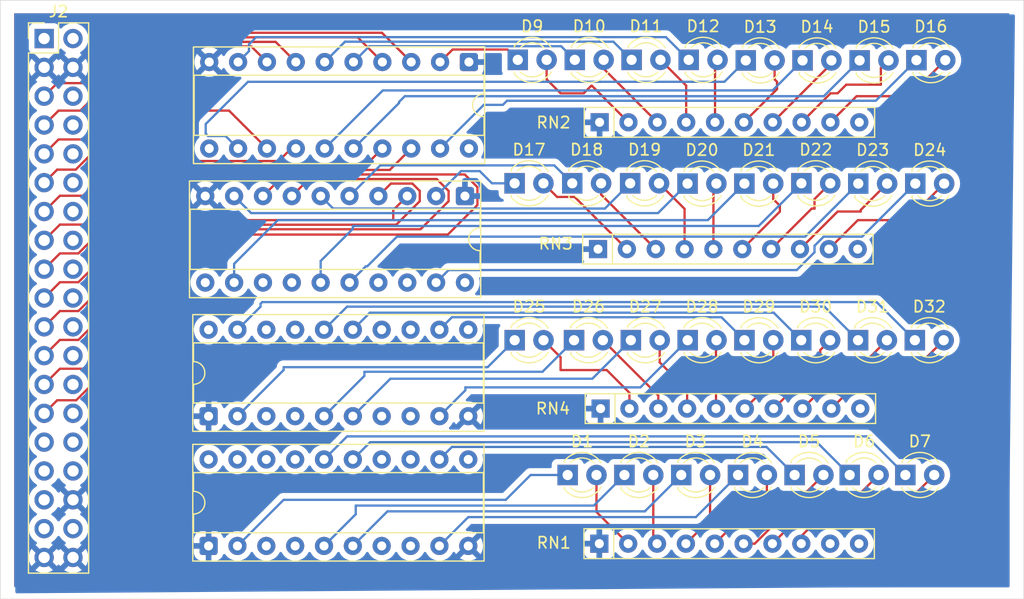
<source format=kicad_pcb>
(kicad_pcb (version 20241229) (generator "pcbnew") (generator_version "9.0")
  (layers (0 "F.Cu" signal) (2 "B.Cu" signal) (13 "F.Paste" user) (15 "B.Paste" user) (5 "F.SilkS" user "F.Silkscreen") (7 "B.SilkS" user "B.Silkscreen") (1 "F.Mask" user) (3 "B.Mask" user) (25 "Edge.Cuts" user))
  (net 0 "")
  (net 1 "Net-(D1-A)")
  (net 2 "Net-(D1-K)")
  (net 3 "Net-(D2-A)")
  (net 4 "Net-(D2-K)")
  (net 5 "Net-(D3-K)")
  (net 6 "Net-(D3-A)")
  (net 7 "Net-(D4-A)")
  (net 8 "Net-(D4-K)")
  (net 9 "Net-(D5-K)")
  (net 10 "Net-(D5-A)")
  (net 11 "Net-(D6-A)")
  (net 12 "Net-(D6-K)")
  (net 13 "Net-(D7-A)")
  (net 14 "Net-(D7-K)")
  (net 15 "Net-(D9-A)")
  (net 16 "Net-(D9-K)")
  (net 17 "Net-(D10-K)")
  (net 18 "Net-(D10-A)")
  (net 19 "Net-(D11-K)")
  (net 20 "Net-(D11-A)")
  (net 21 "Net-(D12-K)")
  (net 22 "Net-(D12-A)")
  (net 23 "Net-(D13-K)")
  (net 24 "Net-(D13-A)")
  (net 25 "Net-(D14-K)")
  (net 26 "Net-(D14-A)")
  (net 27 "Net-(D15-A)")
  (net 28 "Net-(D15-K)")
  (net 29 "Net-(D16-K)")
  (net 30 "Net-(D16-A)")
  (net 31 "Net-(D17-K)")
  (net 32 "Net-(D17-A)")
  (net 33 "Net-(D18-A)")
  (net 34 "Net-(D18-K)")
  (net 35 "Net-(D19-K)")
  (net 36 "Net-(D19-A)")
  (net 37 "Net-(D20-K)")
  (net 38 "Net-(D20-A)")
  (net 39 "Net-(D21-K)")
  (net 40 "Net-(D21-A)")
  (net 41 "Net-(D22-K)")
  (net 42 "Net-(D22-A)")
  (net 43 "Net-(D23-A)")
  (net 44 "Net-(D23-K)")
  (net 45 "Net-(D24-A)")
  (net 46 "Net-(D24-K)")
  (net 47 "Net-(D25-A)")
  (net 48 "Net-(D25-K)")
  (net 49 "Net-(D26-K)")
  (net 50 "Net-(D26-A)")
  (net 51 "Net-(D27-K)")
  (net 52 "Net-(D27-A)")
  (net 53 "Net-(D28-K)")
  (net 54 "Net-(D28-A)")
  (net 55 "Net-(D29-K)")
  (net 56 "Net-(D29-A)")
  (net 57 "Net-(D30-A)")
  (net 58 "Net-(D30-K)")
  (net 59 "Net-(D31-K)")
  (net 60 "Net-(D31-A)")
  (net 61 "Net-(D32-K)")
  (net 62 "Net-(D32-A)")
  (net 63 "A3")
  (net 64 "RW")
  (net 65 "D5")
  (net 66 "D6")
  (net 67 "A12")
  (net 68 "D3")
  (net 69 "GND")
  (net 70 "IRQ")
  (net 71 "A13")
  (net 72 "A15")
  (net 73 "D7")
  (net 74 "A0")
  (net 75 "PA4")
  (net 76 "D4")
  (net 77 "A10")
  (net 78 "A8")
  (net 79 "PA5")
  (net 80 "A14")
  (net 81 "A7")
  (net 82 "D0")
  (net 83 "A5")
  (net 84 "D2")
  (net 85 "VCC")
  (net 86 "D1")
  (net 87 "3.3v")
  (net 88 "clock")
  (net 89 "Reset")
  (net 90 "A9")
  (net 91 "A2")
  (net 92 "A11")
  (net 93 "A6")
  (net 94 "A4")
  (net 95 "PA6")
  (net 96 "A1")
  (footprint "Package_DIP:DIP-20_W7.62mm_Socket" (layer "F.Cu") (at 89.513 76.825 90)
    (property "Reference" "U4" (hide yes))
    (property "Value" "74LS373")
  )
  (footprint "LED_THT:LED_D3.0mm" (layer "F.Cu") (at 131.775 34)
    (property "Reference" "D12")
    (property "Value" "A3")
  )
  (footprint "LED_THT:LED_D3.0mm" (layer "F.Cu") (at 141.7 44.875)
    (property "Reference" "D22")
    (property "Value" "A13")
  )
  (footprint "LED_THT:LED_D3.0mm" (layer "F.Cu") (at 121.75 34)
    (property "Reference" "D10")
    (property "Value" "A1")
  )
  (footprint "LED_THT:LED_D3.0mm" (layer "F.Cu") (at 126.75 34)
    (property "Reference" "D11")
    (property "Value" "A2")
  )
  (footprint "LED_THT:LED_D3.0mm" (layer "F.Cu") (at 141.8 34.05)
    (property "Reference" "D14")
    (property "Value" "A5")
  )
  (footprint "LED_THT:LED_D3.0mm" (layer "F.Cu") (at 136.685 58.7)
    (property "Reference" "D29")
    (property "Value" "D4")
  )
  (footprint "LED_THT:LED_D3.0mm" (layer "F.Cu") (at 146.685 58.7)
    (property "Reference" "D31")
    (property "Value" "D6")
  )
  (footprint "LED_THT:LED_D3.0mm" (layer "F.Cu") (at 126.12 70.575)
    (property "Reference" "D2")
    (property "Value" "PA4")
  )
  (footprint "Package_DIP:DIP-20_W7.62mm_Socket" (layer "F.Cu") (at 112.43 34.19 -90)
    (property "Reference" "U1" (hide yes))
    (property "Value" "74LS373")
  )
  (footprint "LED_THT:LED_D3.0mm" (layer "F.Cu") (at 145.95 70.575)
    (property "Reference" "D6")
    (property "Value" "IRQ")
  )
  (footprint "LED_THT:LED_D3.0mm" (layer "F.Cu") (at 121.12 70.575)
    (property "Reference" "D1")
    (property "Value" "C")
  )
  (footprint "Resistor_THT:R_Array_SIP10" (layer "F.Cu") (at 123.91 76.625)
    (property "Reference" "RN1")
    (property "Value" "R_Network09" (hide yes))
  )
  (footprint "LED_THT:LED_D3.0mm" (layer "F.Cu") (at 116.73 34)
    (property "Reference" "D9")
    (property "Value" "A0")
  )
  (footprint "LED_THT:LED_D3.0mm" (layer "F.Cu") (at 126.625 44.875)
    (property "Reference" "D19")
    (property "Value" "A10")
  )
  (footprint "LED_THT:LED_D3.0mm" (layer "F.Cu") (at 141.685 58.7)
    (property "Reference" "D30")
    (property "Value" "D5")
  )
  (footprint "LED_THT:LED_D3.0mm" (layer "F.Cu") (at 116.455 58.7)
    (property "Reference" "D25")
    (property "Value" "D0")
  )
  (footprint "LED_THT:LED_D3.0mm" (layer "F.Cu") (at 131.675 44.9)
    (property "Reference" "D20")
    (property "Value" "A11")
  )
  (footprint "LED_THT:LED_D3.0mm" (layer "F.Cu") (at 131.12 70.575)
    (property "Reference" "D3")
    (property "Value" "PA5")
  )
  (footprint "Resistor_THT:R_Array_SIP10" (layer "F.Cu") (at 123.935 39.5)
    (property "Reference" "RN2")
    (property "Value" "R_Network09" (hide yes))
  )
  (footprint "LED_THT:LED_D3.0mm" (layer "F.Cu") (at 126.685 58.7)
    (property "Reference" "D27")
    (property "Value" "D2")
  )
  (footprint "Package_DIP:DIP-20_W7.62mm_Socket" (layer "F.Cu") (at 89.513 65.395 90)
    (property "Reference" "UPackage_DIP:DIP-20_W7.62mm_Socket1" (hide yes))
    (property "Value" "74LS373")
  )
  (footprint "LED_THT:LED_D3.0mm" (layer "F.Cu") (at 121.685 58.7)
    (property "Reference" "D26")
    (property "Value" "D1")
  )
  (footprint "LED_THT:LED_D3.0mm" (layer "F.Cu") (at 150.85 70.575)
    (property "Reference" "D7")
    (property "Value" "RW")
  )
  (footprint "LED_THT:LED_D3.0mm" (layer "F.Cu") (at 151.685 58.7)
    (property "Reference" "D32")
    (property "Value" "D7")
  )
  (footprint "LED_THT:LED_D3.0mm" (layer "F.Cu") (at 136.8 34.05)
    (property "Reference" "D13")
    (property "Value" "A4")
  )
  (footprint "LED_THT:LED_D3.0mm" (layer "F.Cu") (at 136.12 70.575)
    (property "Reference" "D4")
    (property "Value" "PA6")
  )
  (footprint "Resistor_THT:R_Array_SIP10" (layer "F.Cu") (at 123.795 50.675)
    (property "Reference" "RN3")
    (property "Value" "R_Network09" (hide yes))
  )
  (footprint "LED_THT:LED_D3.0mm" (layer "F.Cu") (at 151.825 34.025)
    (property "Reference" "D16")
    (property "Value" "A7")
  )
  (footprint "Connector_PinHeader_2.54mm:PinHeader_2x19_P2.54mm_Vertical" (layer "F.Cu") (at 75.035 32.121)
    (property "Reference" "J2")
    (property "Value" "Expansion / Diag Port")
  )
  (footprint "LED_THT:LED_D3.0mm" (layer "F.Cu") (at 131.685 58.7)
    (property "Reference" "D28")
    (property "Value" "D3")
  )
  (footprint "LED_THT:LED_D3.0mm" (layer "F.Cu") (at 146.705 44.9)
    (property "Reference" "D23")
    (property "Value" "A14")
  )
  (footprint "LED_THT:LED_D3.0mm" (layer "F.Cu") (at 116.45 44.875)
    (property "Reference" "D17")
    (property "Value" "A8")
  )
  (footprint "LED_THT:LED_D3.0mm" (layer "F.Cu") (at 141.1 70.575)
    (property "Reference" "D5")
    (property "Value" "RESET")
  )
  (footprint "LED_THT:LED_D3.0mm" (layer "F.Cu") (at 136.68 44.9)
    (property "Reference" "D21")
    (property "Value" "A12")
  )
  (footprint "LED_THT:LED_D3.0mm" (layer "F.Cu") (at 146.825 34.05)
    (property "Reference" "D15")
    (property "Value" "A6")
  )
  (footprint "LED_THT:LED_D3.0mm" (layer "F.Cu") (at 121.525 44.875)
    (property "Reference" "D18")
    (property "Value" "A9")
  )
  (footprint "Package_DIP:DIP-20_W7.62mm_Socket" (layer "F.Cu") (at 112.08 46 -90)
    (property "Reference" "U2" (hide yes))
    (property "Value" "74LS373")
  )
  (footprint "Resistor_THT:R_Array_SIP10" (layer "F.Cu") (at 124.02 64.725)
    (property "Reference" "RN4")
    (property "Value" "R_Network09" (hide yes))
  )
  (footprint "LED_THT:LED_D3.0mm" (layer "F.Cu") (at 151.725 44.9)
    (property "Reference" "D24")
    (property "Value" "A15")
  )
  (gr_rect (start 72.5 30) (end 159.925 80.325) (stroke (width 0.2)) (fill no) (layer "F.Cu") (net 69))
  (gr_rect (start 72.5 30) (end 159.925 80.375) (stroke (width 0.2)) (fill no) (layer "B.Cu") (net 69))
  (gr_rect (start 71.175 28.75) (end 161.275 81.5) (stroke (width 0.05)) (fill no) (layer "Edge.Cuts"))
  (segment (start 123.66 73.835) (end 126.45 76.625) (width 0.2) (layer "F.Cu") (net 1))
  (segment (start 123.66 70.575) (end 123.66 73.835) (width 0.2) (layer "F.Cu") (net 1))
  (segment (start 117.861 70.575) (end 115.675 72.761) (width 0.2) (layer "B.Cu") (net 2))
  (segment (start 96.117 72.761) (end 92.053 76.825) (width 0.2) (layer "B.Cu") (net 2))
  (segment (start 121.12 70.575) (end 117.861 70.575) (width 0.2) (layer "B.Cu") (net 2))
  (segment (start 115.675 72.761) (end 96.117 72.761) (width 0.2) (layer "B.Cu") (net 2))
  (segment (start 128.66 70.575) (end 128.66 76.295) (width 0.2) (layer "F.Cu") (net 3))
  (segment (start 128.66 76.295) (end 128.99 76.625) (width 0.2) (layer "F.Cu") (net 3))
  (segment (start 126.12 70.575) (end 123.426 73.269) (width 0.2) (layer "B.Cu") (net 4))
  (segment (start 123.426 73.269) (end 102.467 73.269) (width 0.2) (layer "B.Cu") (net 4))
  (segment (start 102.467 74.031) (end 99.673 76.825) (width 0.2) (layer "B.Cu") (net 4))
  (segment (start 102.467 73.269) (end 102.467 74.031) (width 0.2) (layer "B.Cu") (net 4))
  (segment (start 105.261 73.777) (end 102.213 76.825) (width 0.2) (layer "B.Cu") (net 5))
  (segment (start 131.12 70.575) (end 127.918 73.777) (width 0.2) (layer "B.Cu") (net 5))
  (segment (start 127.918 73.777) (end 105.261 73.777) (width 0.2) (layer "B.Cu") (net 5))
  (segment (start 133.66 74.495) (end 131.53 76.625) (width 0.2) (layer "F.Cu") (net 6))
  (segment (start 133.66 70.575) (end 133.66 74.495) (width 0.2) (layer "F.Cu") (net 6))
  (segment (start 138.66 72.035) (end 134.07 76.625) (width 0.2) (layer "F.Cu") (net 7))
  (segment (start 138.66 70.575) (end 138.66 72.035) (width 0.2) (layer "F.Cu") (net 7))
  (segment (start 112.373 74.285) (end 109.833 76.825) (width 0.2) (layer "B.Cu") (net 8))
  (segment (start 136.12 70.575) (end 132.41 74.285) (width 0.2) (layer "B.Cu") (net 8))
  (segment (start 132.41 74.285) (end 112.373 74.285) (width 0.2) (layer "B.Cu") (net 8))
  (segment (start 138.629 68.104) (end 110.934 68.104) (width 0.2) (layer "B.Cu") (net 9))
  (segment (start 110.934 68.104) (end 109.833 69.205) (width 0.2) (layer "B.Cu") (net 9))
  (segment (start 141.1 70.575) (end 138.629 68.104) (width 0.2) (layer "B.Cu") (net 9))
  (segment (start 143.64 70.575) (end 137.59 76.625) (width 0.2) (layer "F.Cu") (net 10))
  (segment (start 137.59 76.625) (end 136.61 76.625) (width 0.2) (layer "F.Cu") (net 10))
  (segment (start 141.998 73.777) (end 145.288 73.777) (width 0.2) (layer "F.Cu") (net 11))
  (segment (start 145.288 73.777) (end 148.49 70.575) (width 0.2) (layer "F.Cu") (net 11))
  (segment (start 139.15 76.625) (end 141.998 73.777) (width 0.2) (layer "F.Cu") (net 11))
  (segment (start 145.95 70.575) (end 143.056 67.681) (width 0.2) (layer "B.Cu") (net 12))
  (segment (start 103.737 67.681) (end 102.213 69.205) (width 0.2) (layer "B.Cu") (net 12))
  (segment (start 143.056 67.681) (end 103.737 67.681) (width 0.2) (layer "B.Cu") (net 12))
  (segment (start 149.426 74.539) (end 153.39 70.575) (width 0.2) (layer "F.Cu") (net 13))
  (segment (start 141.69 75.956) (end 143.107 74.539) (width 0.2) (layer "F.Cu") (net 13))
  (segment (start 141.69 76.625) (end 141.69 75.956) (width 0.2) (layer "F.Cu") (net 13))
  (segment (start 143.107 74.539) (end 149.426 74.539) (width 0.2) (layer "F.Cu") (net 13))
  (segment (start 150.85 70.575) (end 147.448 67.173) (width 0.2) (layer "B.Cu") (net 14))
  (segment (start 101.705 67.173) (end 99.673 69.205) (width 0.2) (layer "B.Cu") (net 14))
  (segment (start 147.448 67.173) (end 101.705 67.173) (width 0.2) (layer "B.Cu") (net 14))
  (segment (start 120.501 36.947) (end 119.27 35.716) (width 0.2) (layer "F.Cu") (net 15))
  (segment (start 122.533 36.947) (end 120.501 36.947) (width 0.2) (layer "F.Cu") (net 15))
  (segment (start 126.475 39.5) (end 123.263 36.288) (width 0.2) (layer "F.Cu") (net 15))
  (segment (start 119.27 35.716) (end 119.27 34) (width 0.2) (layer "F.Cu") (net 15))
  (segment (start 123.192 36.288) (end 122.533 36.947) (width 0.2) (layer "F.Cu") (net 15))
  (segment (start 123.263 36.288) (end 123.192 36.288) (width 0.2) (layer "F.Cu") (net 15))
  (segment (start 110.991 33.089) (end 115.819 33.089) (width 0.2) (layer "F.Cu") (net 16))
  (segment (start 109.89 34.19) (end 110.991 33.089) (width 0.2) (layer "F.Cu") (net 16))
  (segment (start 115.819 33.089) (end 116.73 34) (width 0.2) (layer "F.Cu") (net 16))
  (segment (start 121.75 34) (end 120.549 32.799) (width 0.2) (layer "B.Cu") (net 17))
  (segment (start 103.661 32.799) (end 102.27 34.19) (width 0.2) (layer "B.Cu") (net 17))
  (segment (start 120.549 32.799) (end 103.661 32.799) (width 0.2) (layer "B.Cu") (net 17))
  (segment (start 129.015 39.5) (end 124.29 34.775) (width 0.2) (layer "F.Cu") (net 18))
  (segment (start 124.29 34.775) (end 124.29 34) (width 0.2) (layer "F.Cu") (net 18))
  (segment (start 126.75 34) (end 125.148 32.398) (width 0.2) (layer "B.Cu") (net 19))
  (segment (start 125.148 32.398) (end 101.522 32.398) (width 0.2) (layer "B.Cu") (net 19))
  (segment (start 101.522 32.398) (end 99.73 34.19) (width 0.2) (layer "B.Cu") (net 19))
  (segment (start 131.555 36.265) (end 129.29 34) (width 0.2) (layer "F.Cu") (net 20))
  (segment (start 131.555 39.5) (end 131.555 36.265) (width 0.2) (layer "F.Cu") (net 20))
  (segment (start 129.772 31.997) (end 93.701 31.997) (width 0.2) (layer "B.Cu") (net 21))
  (segment (start 93.701 31.997) (end 93.069 32.629) (width 0.2) (layer "B.Cu") (net 21))
  (segment (start 93.069 32.629) (end 93.069 33.231) (width 0.2) (layer "B.Cu") (net 21))
  (segment (start 131.775 34) (end 129.772 31.997) (width 0.2) (layer "B.Cu") (net 21))
  (segment (start 93.069 33.231) (end 92.11 34.19) (width 0.2) (layer "B.Cu") (net 21))
  (segment (start 134.095 34.22) (end 134.315 34) (width 0.2) (layer "F.Cu") (net 22))
  (segment (start 134.095 39.5) (end 134.095 34.22) (width 0.2) (layer "F.Cu") (net 22))
  (segment (start 89.259 39.653057) (end 89.259 40.503) (width 0.2) (layer "B.Cu") (net 23))
  (segment (start 89.465 40.709) (end 91.009 40.709) (width 0.2) (layer "B.Cu") (net 23))
  (segment (start 89.259 40.503) (end 89.465 40.709) (width 0.2) (layer "B.Cu") (net 23))
  (segment (start 136.8 34.05) (end 134.919 35.931) (width 0.2) (layer "B.Cu") (net 23))
  (segment (start 91.009 40.709) (end 92.11 41.81) (width 0.2) (layer "B.Cu") (net 23))
  (segment (start 134.919 35.931) (end 92.981057 35.931) (width 0.2) (layer "B.Cu") (net 23))
  (segment (start 92.981057 35.931) (end 89.259 39.653057) (width 0.2) (layer "B.Cu") (net 23))
  (segment (start 136.635 39.5) (end 139.551 36.584) (width 0.2) (layer "F.Cu") (net 24))
  (segment (start 139.551 36.584) (end 139.551 35.931) (width 0.2) (layer "F.Cu") (net 24))
  (segment (start 139.34 35.72) (end 139.34 34.05) (width 0.2) (layer "F.Cu") (net 24))
  (segment (start 139.551 35.931) (end 139.34 35.72) (width 0.2) (layer "F.Cu") (net 24))
  (segment (start 139.157 36.693) (end 104.847 36.693) (width 0.2) (layer "B.Cu") (net 25))
  (segment (start 141.8 34.05) (end 139.157 36.693) (width 0.2) (layer "B.Cu") (net 25))
  (segment (start 104.847 36.693) (end 99.73 41.81) (width 0.2) (layer "B.Cu") (net 25))
  (segment (start 144.34 34.335) (end 144.34 34.05) (width 0.2) (layer "F.Cu") (net 26))
  (segment (start 139.175 39.5) (end 144.34 34.335) (width 0.2) (layer "F.Cu") (net 26))
  (segment (start 141.715 39.5) (end 144.268 36.947) (width 0.2) (layer "F.Cu") (net 27))
  (segment (start 148.695 36.185) (end 148.695 34.72) (width 0.2) (layer "F.Cu") (net 27))
  (segment (start 148.695 34.72) (end 149.365 34.05) (width 0.2) (layer "F.Cu") (net 27))
  (segment (start 144.885 36.947) (end 145.647 36.185) (width 0.2) (layer "F.Cu") (net 27))
  (segment (start 144.268 36.947) (end 144.885 36.947) (width 0.2) (layer "F.Cu") (net 27))
  (segment (start 145.647 36.185) (end 148.695 36.185) (width 0.2) (layer "F.Cu") (net 27))
  (segment (start 106.785 37.201) (end 106.277 37.709) (width 0.2) (layer "B.Cu") (net 28))
  (segment (start 143.674 37.201) (end 106.785 37.201) (width 0.2) (layer "B.Cu") (net 28))
  (segment (start 106.277 37.709) (end 106.277 37.803) (width 0.2) (layer "B.Cu") (net 28))
  (segment (start 106.277 37.803) (end 102.27 41.81) (width 0.2) (layer "B.Cu") (net 28))
  (segment (start 146.825 34.05) (end 143.674 37.201) (width 0.2) (layer "B.Cu") (net 28))
  (segment (start 148.248 37.602) (end 115.782 37.602) (width 0.2) (layer "B.Cu") (net 29))
  (segment (start 115.421 37.963) (end 113.737 37.963) (width 0.2) (layer "B.Cu") (net 29))
  (segment (start 113.737 37.963) (end 109.89 41.81) (width 0.2) (layer "B.Cu") (net 29))
  (segment (start 151.825 34.025) (end 148.248 37.602) (width 0.2) (layer "B.Cu") (net 29))
  (segment (start 115.782 37.602) (end 115.421 37.963) (width 0.2) (layer "B.Cu") (net 29))
  (segment (start 144.255 39.5) (end 146.554 37.201) (width 0.2) (layer "F.Cu") (net 30))
  (segment (start 151.189 37.201) (end 154.365 34.025) (width 0.2) (layer "F.Cu") (net 30))
  (segment (start 146.554 37.201) (end 151.189 37.201) (width 0.2) (layer "F.Cu") (net 30))
  (segment (start 111.735 43.805) (end 109.54 46) (width 0.2) (layer "B.Cu") (net 31))
  (segment (start 113.389 43.805) (end 111.735 43.805) (width 0.2) (layer "B.Cu") (net 31))
  (segment (start 114.459 44.875) (end 113.389 43.805) (width 0.2) (layer "B.Cu") (net 31))
  (segment (start 116.45 44.875) (end 114.459 44.875) (width 0.2) (layer "B.Cu") (net 31))
  (segment (start 120.191 46.076) (end 118.99 44.875) (width 0.2) (layer "F.Cu") (net 32))
  (segment (start 121.736 46.076) (end 120.191 46.076) (width 0.2) (layer "F.Cu") (net 32))
  (segment (start 126.335 50.675) (end 121.736 46.076) (width 0.2) (layer "F.Cu") (net 32))
  (segment (start 128.875 50.675) (end 124.065 45.865) (width 0.2) (layer "F.Cu") (net 33))
  (segment (start 124.065 45.865) (end 124.065 44.875) (width 0.2) (layer "F.Cu") (net 33))
  (segment (start 104.623 43.297) (end 101.92 46) (width 0.2) (layer "B.Cu") (net 34))
  (segment (start 119.947 43.297) (end 104.623 43.297) (width 0.2) (layer "B.Cu") (net 34))
  (segment (start 121.525 44.875) (end 119.947 43.297) (width 0.2) (layer "B.Cu") (net 34))
  (segment (start 100.481 47.101) (end 99.38 46) (width 0.2) (layer "B.Cu") (net 35))
  (segment (start 126.625 44.875) (end 124.399 47.101) (width 0.2) (layer "B.Cu") (net 35))
  (segment (start 124.399 47.101) (end 100.481 47.101) (width 0.2) (layer "B.Cu") (net 35))
  (segment (start 131.415 47.125) (end 129.165 44.875) (width 0.2) (layer "F.Cu") (net 36))
  (segment (start 131.415 50.675) (end 131.415 47.125) (width 0.2) (layer "F.Cu") (net 36))
  (segment (start 129.073 47.502) (end 93.262 47.502) (width 0.2) (layer "B.Cu") (net 37))
  (segment (start 93.262 47.502) (end 91.76 46) (width 0.2) (layer "B.Cu") (net 37))
  (segment (start 131.675 44.9) (end 129.073 47.502) (width 0.2) (layer "B.Cu") (net 37))
  (segment (start 133.955 50.675) (end 133.955 45.16) (width 0.2) (layer "F.Cu") (net 38))
  (segment (start 133.955 45.16) (end 134.215 44.9) (width 0.2) (layer "F.Cu") (net 38))
  (segment (start 136.68 44.9) (end 133.457 48.123) (width 0.2) (layer "B.Cu") (net 39))
  (segment (start 95.609 48.123) (end 91.76 51.972) (width 0.2) (layer "B.Cu") (net 39))
  (segment (start 91.76 51.972) (end 91.76 53.62) (width 0.2) (layer "B.Cu") (net 39))
  (segment (start 133.457 48.123) (end 95.609 48.123) (width 0.2) (layer "B.Cu") (net 39))
  (segment (start 139.22 46.268) (end 139.22 44.9) (width 0.2) (layer "F.Cu") (net 40))
  (segment (start 136.495 50.675) (end 139.805 47.365) (width 0.2) (layer "F.Cu") (net 40))
  (segment (start 139.805 47.365) (end 139.805 46.853) (width 0.2) (layer "F.Cu") (net 40))
  (segment (start 139.805 46.853) (end 139.22 46.268) (width 0.2) (layer "F.Cu") (net 40))
  (segment (start 141.7 44.875) (end 137.944 48.631) (width 0.2) (layer "B.Cu") (net 41))
  (segment (start 137.944 48.631) (end 102.213 48.631) (width 0.2) (layer "B.Cu") (net 41))
  (segment (start 99.38 51.718) (end 99.38 53.62) (width 0.2) (layer "B.Cu") (net 41))
  (segment (start 102.213 48.631) (end 102.213 48.885) (width 0.2) (layer "B.Cu") (net 41))
  (segment (start 102.213 48.885) (end 99.38 51.718) (width 0.2) (layer "B.Cu") (net 41))
  (segment (start 142.603 47.107) (end 142.853 47.107) (width 0.2) (layer "F.Cu") (net 42))
  (segment (start 142.853 47.107) (end 142.853 46.262) (width 0.2) (layer "F.Cu") (net 42))
  (segment (start 142.853 46.262) (end 144.24 44.875) (width 0.2) (layer "F.Cu") (net 42))
  (segment (start 139.035 50.675) (end 142.603 47.107) (width 0.2) (layer "F.Cu") (net 42))
  (segment (start 144.889 47.361) (end 146.917 47.361) (width 0.2) (layer "F.Cu") (net 43))
  (segment (start 146.917 47.361) (end 146.917 47.228) (width 0.2) (layer "F.Cu") (net 43))
  (segment (start 146.917 47.228) (end 149.245 44.9) (width 0.2) (layer "F.Cu") (net 43))
  (segment (start 141.575 50.675) (end 144.889 47.361) (width 0.2) (layer "F.Cu") (net 43))
  (segment (start 142.031 49.574) (end 106.096 49.574) (width 0.2) (layer "B.Cu") (net 44))
  (segment (start 106.096 49.574) (end 103.483 52.187) (width 0.2) (layer "B.Cu") (net 44))
  (segment (start 103.353 52.187) (end 101.92 53.62) (width 0.2) (layer "B.Cu") (net 44))
  (segment (start 146.705 44.9) (end 142.031 49.574) (width 0.2) (layer "B.Cu") (net 44))
  (segment (start 103.483 52.187) (end 103.353 52.187) (width 0.2) (layer "B.Cu") (net 44))
  (segment (start 151.235 48.123) (end 151.235 47.93) (width 0.2) (layer "F.Cu") (net 45))
  (segment (start 146.667 48.123) (end 151.235 48.123) (width 0.2) (layer "F.Cu") (net 45))
  (segment (start 144.115 50.675) (end 146.667 48.123) (width 0.2) (layer "F.Cu") (net 45))
  (segment (start 151.235 47.93) (end 154.265 44.9) (width 0.2) (layer "F.Cu") (net 45))
  (segment (start 141.28805 52.519) (end 110.641 52.519) (width 0.2) (layer "B.Cu") (net 46))
  (segment (start 147.051 49.574) (end 143.65895 49.574) (width 0.2) (layer "B.Cu") (net 46))
  (segment (start 151.725 44.9) (end 147.051 49.574) (width 0.2) (layer "B.Cu") (net 46))
  (segment (start 142.853 50.37995) (end 142.853 50.95405) (width 0.2) (layer "B.Cu") (net 46))
  (segment (start 143.65895 49.574) (end 142.853 50.37995) (width 0.2) (layer "B.Cu") (net 46))
  (segment (start 110.641 52.519) (end 109.54 53.62) (width 0.2) (layer "B.Cu") (net 46))
  (segment (start 142.853 50.95405) (end 141.28805 52.519) (width 0.2) (layer "B.Cu") (net 46))
  (segment (start 120.501 61.331) (end 120.501 60.206) (width 0.2) (layer "F.Cu") (net 47))
  (segment (start 120.501 60.206) (end 118.995 58.7) (width 0.2) (layer "F.Cu") (net 47))
  (segment (start 124.565 61.331) (end 120.501 61.331) (width 0.2) (layer "F.Cu") (net 47))
  (segment (start 126.56 63.326) (end 124.565 61.331) (width 0.2) (layer "F.Cu") (net 47))
  (segment (start 126.56 64.725) (end 126.56 63.326) (width 0.2) (layer "F.Cu") (net 47))
  (segment (start 116.455 58.7) (end 114.078 61.077) (width 0.2) (layer "B.Cu") (net 48))
  (segment (start 114.078 61.077) (end 96.117 61.077) (width 0.2) (layer "B.Cu") (net 48))
  (segment (start 96.117 61.077) (end 96.117 61.331) (width 0.2) (layer "B.Cu") (net 48))
  (segment (start 96.117 61.331) (end 92.053 65.395) (width 0.2) (layer "B.Cu") (net 48))
  (segment (start 103.229 61.839) (end 99.673 65.395) (width 0.2) (layer "B.Cu") (net 49))
  (segment (start 103.229 61.478) (end 103.229 61.839) (width 0.2) (layer "B.Cu") (net 49))
  (segment (start 118.907 61.478) (end 103.229 61.478) (width 0.2) (layer "B.Cu") (net 49))
  (segment (start 121.685 58.7) (end 118.907 61.478) (width 0.2) (layer "B.Cu") (net 49))
  (segment (start 129.1 63.575) (end 124.225 58.7) (width 0.2) (layer "F.Cu") (net 50))
  (segment (start 129.1 64.725) (end 129.1 63.575) (width 0.2) (layer "F.Cu") (net 50))
  (segment (start 105.515 62.093) (end 102.213 65.395) (width 0.2) (layer "B.Cu") (net 51))
  (segment (start 126.685 58.7) (end 123.292 62.093) (width 0.2) (layer "B.Cu") (net 51))
  (segment (start 123.292 62.093) (end 105.515 62.093) (width 0.2) (layer "B.Cu") (net 51))
  (segment (start 129.225 60.657) (end 129.225 58.7) (width 0.2) (layer "F.Cu") (net 52))
  (segment (start 131.64 64.725) (end 131.64 63.072) (width 0.2) (layer "F.Cu") (net 52))
  (segment (start 131.64 63.072) (end 129.225 60.657) (width 0.2) (layer "F.Cu") (net 52))
  (segment (start 112.119 62.855) (end 112.119 63.109) (width 0.2) (layer "B.Cu") (net 53))
  (segment (start 112.119 63.109) (end 109.833 65.395) (width 0.2) (layer "B.Cu") (net 53))
  (segment (start 131.685 58.7) (end 127.53 62.855) (width 0.2) (layer "B.Cu") (net 53))
  (segment (start 127.53 62.855) (end 112.119 62.855) (width 0.2) (layer "B.Cu") (net 53))
  (segment (start 134.18 64.725) (end 134.18 58.745) (width 0.2) (layer "F.Cu") (net 54))
  (segment (start 134.18 58.745) (end 134.225 58.7) (width 0.2) (layer "F.Cu") (net 54))
  (segment (start 110.934 56.674) (end 109.833 57.775) (width 0.2) (layer "B.Cu") (net 55))
  (segment (start 134.659 56.674) (end 110.934 56.674) (width 0.2) (layer "B.Cu") (net 55))
  (segment (start 136.685 58.7) (end 134.659 56.674) (width 0.2) (layer "B.Cu") (net 55))
  (segment (start 139.225 61.149) (end 139.225 58.7) (width 0.2) (layer "F.Cu") (net 56))
  (segment (start 138.789 62.656) (end 138.789 61.585) (width 0.2) (layer "F.Cu") (net 56))
  (segment (start 136.72 64.725) (end 138.789 62.656) (width 0.2) (layer "F.Cu") (net 56))
  (segment (start 138.789 61.585) (end 139.225 61.149) (width 0.2) (layer "F.Cu") (net 56))
  (segment (start 139.26 64.725) (end 143.361 60.624) (width 0.2) (layer "F.Cu") (net 57))
  (segment (start 143.361 59.564) (end 144.225 58.7) (width 0.2) (layer "F.Cu") (net 57))
  (segment (start 143.361 60.624) (end 143.361 59.564) (width 0.2) (layer "F.Cu") (net 57))
  (segment (start 141.685 58.7) (end 139.258 56.273) (width 0.2) (layer "B.Cu") (net 58))
  (segment (start 139.258 56.273) (end 103.715 56.273) (width 0.2) (layer "B.Cu") (net 58))
  (segment (start 103.715 56.273) (end 102.213 57.775) (width 0.2) (layer "B.Cu") (net 58))
  (segment (start 101.705 55.743) (end 99.673 57.775) (width 0.2) (layer "B.Cu") (net 59))
  (segment (start 143.728 55.743) (end 101.705 55.743) (width 0.2) (layer "B.Cu") (net 59))
  (segment (start 146.685 58.7) (end 143.728 55.743) (width 0.2) (layer "B.Cu") (net 59))
  (segment (start 145.448 61.077) (end 146.848 61.077) (width 0.2) (layer "F.Cu") (net 60))
  (segment (start 146.848 61.077) (end 149.225 58.7) (width 0.2) (layer "F.Cu") (net 60))
  (segment (start 141.8 64.725) (end 145.448 61.077) (width 0.2) (layer "F.Cu") (net 60))
  (segment (start 94.232 55.342) (end 94.085 55.489) (width 0.2) (layer "B.Cu") (net 61))
  (segment (start 94.085 55.743) (end 92.053 57.775) (width 0.2) (layer "B.Cu") (net 61))
  (segment (start 94.085 55.489) (end 94.085 55.743) (width 0.2) (layer "B.Cu") (net 61))
  (segment (start 151.685 58.7) (end 148.327 55.342) (width 0.2) (layer "B.Cu") (net 61))
  (segment (start 148.327 55.342) (end 94.232 55.342) (width 0.2) (layer "B.Cu") (net 61))
  (segment (start 144.34 64.725) (end 147.226 61.839) (width 0.2) (layer "F.Cu") (net 62))
  (segment (start 151.086 61.839) (end 154.225 58.7) (width 0.2) (layer "F.Cu") (net 62))
  (segment (start 147.226 61.839) (end 151.086 61.839) (width 0.2) (layer "F.Cu") (net 62))
  (segment (start 85.1071 32.816) (end 79.5 38.4231) (width 0.2) (layer "F.Cu") (net 63))
  (segment (start 94.65 34.19) (end 93.276 32.816) (width 0.2) (layer "F.Cu") (net 63))
  (segment (start 77.81376 43.67) (end 76.186 43.67) (width 0.2) (layer "F.Cu") (net 63))
  (segment (start 76.186 43.67) (end 75.035 44.821) (width 0.2) (layer "F.Cu") (net 63))
  (segment (start 79.5 41.98376) (end 77.81376 43.67) (width 0.2) (layer "F.Cu") (net 63))
  (segment (start 93.276 32.816) (end 85.1071 32.816) (width 0.2) (layer "F.Cu") (net 63))
  (segment (start 79.5 38.4231) (end 79.5 41.98376) (width 0.2) (layer "F.Cu") (net 63))
  (segment (start 104.773 31.613) (end 84.433 31.613) (width 0.2) (layer "F.Cu") (net 74))
  (segment (start 107.35 34.19) (end 104.773 31.613) (width 0.2) (layer "F.Cu") (net 74))
  (segment (start 84.433 31.613) (end 79.996 36.05) (width 0.2) (layer "F.Cu") (net 74))
  (segment (start 76.186 36.05) (end 75.035 37.201) (width 0.2) (layer "F.Cu") (net 74))
  (segment (start 79.996 36.05) (end 76.186 36.05) (width 0.2) (layer "F.Cu") (net 74))
  (segment (start 98.342 44.498) (end 96.84 46) (width 0.2) (layer "F.Cu") (net 77))
  (segment (start 76.424 61.212) (end 80.07095 61.212) (width 0.2) (layer "F.Cu") (net 77))
  (segment (start 110.641 45.54395) (end 109.59505 44.498) (width 0.2) (layer "F.Cu") (net 77))
  (segment (start 75.035 62.601) (end 76.424 61.212) (width 0.2) (layer "F.Cu") (net 77))
  (segment (start 108.17205 48.925) (end 110.641 46.45605) (width 0.2) (layer "F.Cu") (net 77))
  (segment (start 80.07095 57.31105) (end 88.457 48.925) (width 0.2) (layer "F.Cu") (net 77))
  (segment (start 88.457 48.925) (end 92.815 48.925) (width 0.2) (layer "F.Cu") (net 77))
  (segment (start 80.07095 61.212) (end 80.07095 57.31105) (width 0.2) (layer "F.Cu") (net 77))
  (segment (start 92.35795 48.925) (end 108.17205 48.925) (width 0.2) (layer "F.Cu") (net 77))
  (segment (start 110.641 46.45605) (end 110.641 45.54395) (width 0.2) (layer "F.Cu") (net 77))
  (segment (start 109.59505 44.498) (end 98.342 44.498) (width 0.2) (layer "F.Cu") (net 77))
  (segment (start 76.424 56.132) (end 78.05176 56.132) (width 0.2) (layer "F.Cu") (net 78))
  (segment (start 78.05176 56.132) (end 82.992029 51.191731) (width 0.2) (layer "F.Cu") (net 78))
  (segment (start 85.107057 48.123) (end 105.769 48.123) (width 0.2) (layer "F.Cu") (net 78))
  (segment (start 105.769 47.231) (end 107 46) (width 0.2) (layer "F.Cu") (net 78))
  (segment (start 82.992029 51.191731) (end 82.992029 50.238029) (width 0.2) (layer "F.Cu") (net 78))
  (segment (start 105.769 48.123) (end 105.769 47.231) (width 0.2) (layer "F.Cu") (net 78))
  (segment (start 75.035 57.521) (end 76.424 56.132) (width 0.2) (layer "F.Cu") (net 78))
  (segment (start 82.992029 50.238029) (end 85.107057 48.123) (width 0.2) (layer "F.Cu") (net 78))
  (segment (start 82.909 50.321057) (end 82.992029 50.238029) (width 0.2) (layer "F.Cu") (net 78))
  (segment (start 82.655 47.615) (end 85.957 44.313) (width 0.2) (layer "F.Cu") (net 81))
  (segment (start 95.4199 44.313) (end 96.0369 43.696) (width 0.2) (layer "F.Cu") (net 81))
  (segment (start 75.035 54.981) (end 76.424 53.592) (width 0.2) (layer "F.Cu") (net 81))
  (segment (start 80.369 50.155) (end 82.655 47.869) (width 0.2) (layer "F.Cu") (net 81))
  (segment (start 76.424 53.592) (end 78.05176 53.592) (width 0.2) (layer "F.Cu") (net 81))
  (segment (start 80.369 51.27476) (end 80.369 50.155) (width 0.2) (layer "F.Cu") (net 81))
  (segment (start 105.464 43.696) (end 107.35 41.81) (width 0.2) (layer "F.Cu") (net 81))
  (segment (start 85.957 44.313) (end 95.4199 44.313) (width 0.2) (layer "F.Cu") (net 81))
  (segment (start 96.0369 43.696) (end 105.464 43.696) (width 0.2) (layer "F.Cu") (net 81))
  (segment (start 82.655 47.869) (end 82.655 47.615) (width 0.2) (layer "F.Cu") (net 81))
  (segment (start 78.05176 53.592) (end 80.369 51.27476) (width 0.2) (layer "F.Cu") (net 81))
  (segment (start 95.6877 42.911) (end 96.7887 41.81) (width 0.2) (layer "F.Cu") (net 83))
  (segment (start 76.424 48.512) (end 79.726 48.512) (width 0.2) (layer "F.Cu") (net 83))
  (segment (start 96.7887 41.81) (end 97.19 41.81) (width 0.2) (layer "F.Cu") (net 83))
  (segment (start 88.111 42.911) (end 95.6877 42.911) (width 0.2) (layer "F.Cu") (net 83))
  (segment (start 75.035 49.901) (end 76.424 48.512) (width 0.2) (layer "F.Cu") (net 83))
  (segment (start 86.719 41.519) (end 88.111 42.911) (width 0.2) (layer "F.Cu") (net 83))
  (segment (start 79.726 48.512) (end 86.719 41.519) (width 0.2) (layer "F.Cu") (net 83))
  (segment (start 106.03305 48.524) (end 108.101 46.45605) (width 0.2) (layer "F.Cu") (net 90))
  (segment (start 107.45605 44.899) (end 105.561 44.899) (width 0.2) (layer "F.Cu") (net 90))
  (segment (start 108.101 45.54395) (end 107.45605 44.899) (width 0.2) (layer "F.Cu") (net 90))
  (segment (start 88.19976 48.524) (end 106.03305 48.524) (width 0.2) (layer "F.Cu") (net 90))
  (segment (start 105.561 44.899) (end 104.46 46) (width 0.2) (layer "F.Cu") (net 90))
  (segment (start 76.424 58.672) (end 78.05176 58.672) (width 0.2) (layer "F.Cu") (net 90))
  (segment (start 78.05176 58.672) (end 88.19976 48.524) (width 0.2) (layer "F.Cu") (net 90))
  (segment (start 108.101 46.45605) (end 108.101 45.54395) (width 0.2) (layer "F.Cu") (net 90))
  (segment (start 75.035 60.061) (end 76.424 58.672) (width 0.2) (layer "F.Cu") (net 90))
  (segment (start 76.305 41.011) (end 75.035 42.281) (width 0.2) (layer "F.Cu") (net 91))
  (segment (start 79.099 40.503) (end 78.591 41.011) (width 0.2) (layer "F.Cu") (net 91))
  (segment (start 97.19 34.19) (end 95.415 32.415) (width 0.2) (layer "F.Cu") (net 91))
  (segment (start 84.941 32.415) (end 79.139 38.217) (width 0.2) (layer "F.Cu") (net 91))
  (segment (start 79.139 38.217) (end 79.099 38.217) (width 0.2) (layer "F.Cu") (net 91))
  (segment (start 79.099 38.217) (end 79.099 40.503) (width 0.2) (layer "F.Cu") (net 91))
  (segment (start 78.591 41.011) (end 76.305 41.011) (width 0.2) (layer "F.Cu") (net 91))
  (segment (start 95.415 32.415) (end 84.941 32.415) (width 0.2) (layer "F.Cu") (net 91))
  (segment (start 113.181 46.78516) (end 113.181 45.21484) (width 0.2) (layer "F.Cu") (net 92))
  (segment (start 113.181 45.21484) (end 112.06316 44.097) (width 0.2) (layer "F.Cu") (net 92))
  (segment (start 112.06316 44.097) (end 96.203 44.097) (width 0.2) (layer "F.Cu") (net 92))
  (segment (start 88.751 49.393) (end 110.57316 49.393) (width 0.2) (layer "F.Cu") (net 92))
  (segment (start 76.186 63.99) (end 77.86005 63.99) (width 0.2) (layer "F.Cu") (net 92))
  (segment (start 110.57316 49.393) (end 113.181 46.78516) (width 0.2) (layer "F.Cu") (net 92))
  (segment (start 77.86005 63.99) (end 80.877 60.97305) (width 0.2) (layer "F.Cu") (net 92))
  (segment (start 80.877 57.267) (end 88.751 49.393) (width 0.2) (layer "F.Cu") (net 92))
  (segment (start 96.203 44.097) (end 94.3 46) (width 0.2) (layer "F.Cu") (net 92))
  (segment (start 75.035 65.141) (end 76.186 63.99) (width 0.2) (layer "F.Cu") (net 92))
  (segment (start 80.877 60.97305) (end 80.877 57.267) (width 0.2) (layer "F.Cu") (net 92))
  (segment (start 79.68843 49.41533) (end 79.83867 49.41533) (width 0.2) (layer "F.Cu") (net 93))
  (segment (start 75.035 52.441) (end 76.424 51.052) (width 0.2) (layer "F.Cu") (net 93))
  (segment (start 79.83867 49.41533) (end 85.703 43.551) (width 0.2) (layer "F.Cu") (net 93))
  (segment (start 78.05176 51.052) (end 79.68843 49.41533) (width 0.2) (layer "F.Cu") (net 93))
  (segment (start 95.6148 43.551) (end 95.8708 43.295) (width 0.2) (layer "F.Cu") (net 93))
  (segment (start 85.703 43.551) (end 90.021 43.551) (width 0.2) (layer "F.Cu") (net 93))
  (segment (start 95.8708 43.295) (end 103.325 43.295) (width 0.2) (layer "F.Cu") (net 93))
  (segment (start 103.325 43.295) (end 104.81 41.81) (width 0.2) (layer "F.Cu") (net 93))
  (segment (start 89.75395 43.551) (end 95.6148 43.551) (width 0.2) (layer "F.Cu") (net 93))
  (segment (start 76.424 51.052) (end 78.05176 51.052) (width 0.2) (layer "F.Cu") (net 93))
  (segment (start 75.035 47.361) (end 76.424 45.972) (width 0.2) (layer "F.Cu") (net 94))
  (segment (start 76.424 45.972) (end 78.456 45.972) (width 0.2) (layer "F.Cu") (net 94))
  (segment (start 85.957 38.471) (end 91.311 38.471) (width 0.2) (layer "F.Cu") (net 94))
  (segment (start 91.311 38.471) (end 94.65 41.81) (width 0.2) (layer "F.Cu") (net 94))
  (segment (start 78.456 45.972) (end 85.957 38.471) (width 0.2) (layer "F.Cu") (net 94))
  (segment (start 104.81 34.19) (end 102.634 32.014) (width 0.2) (layer "F.Cu") (net 96))
  (segment (start 78.23 38.471) (end 76.305 38.471) (width 0.2) (layer "F.Cu") (net 96))
  (segment (start 102.634 32.014) (end 84.687 32.014) (width 0.2) (layer "F.Cu") (net 96))
  (segment (start 76.305 38.471) (end 75.035 39.741) (width 0.2) (layer "F.Cu") (net 96))
  (segment (start 84.687 32.014) (end 78.23 38.471) (width 0.2) (layer "F.Cu") (net 96))
  (zone (net 69) (net_name "GND") (layer "B.Cu") (connect_pads (clearance 0.5)) (min_thickness 0.25) (fill yes (thermal_gap 0.5) (thermal_bridge_width 0.5))
    (polygon (pts (xy 72.5 81) (xy 72.5 30) (xy 160.5 30) (xy 159.925 80.375) (xy 159.925 80.375)))
  )
)
</source>
